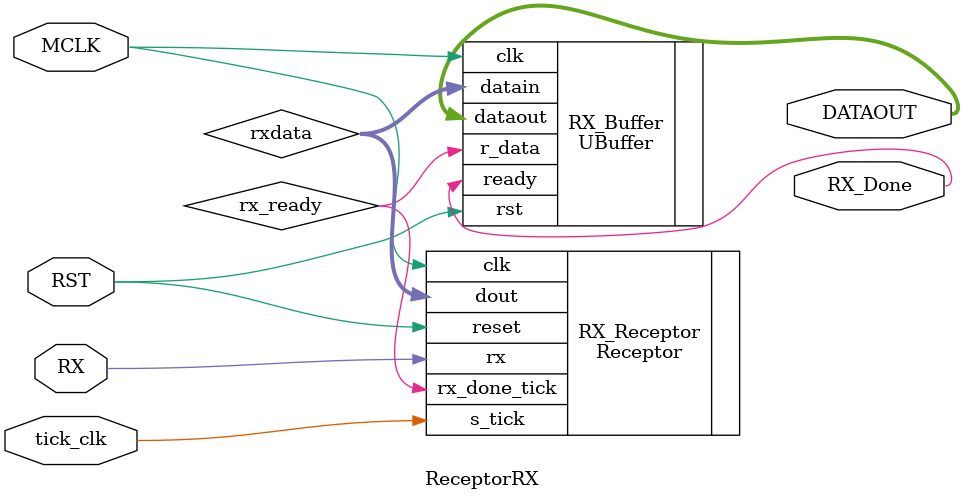
<source format=v>
`timescale 1ns / 1ps

module ReceptorRX(
    
    //INPUTS
    input wire MCLK,RST,tick_clk,RX,
    //OUTPUTS
    output wire [7:0]DATAOUT,
    output wire RX_Done
    );
 
    //wire
	wire [7:0] rxdata;
	
	//Buffer para modulo receptor---> se puede crear un submodulo buffer receptor
	UBuffer RX_Buffer(.clk(MCLK),.rst(RST),.r_data(rx_ready),.datain(rxdata),.dataout(DATAOUT),.ready(RX_Done));
    
    //Receptor RX
	Receptor RX_Receptor(.clk(MCLK),.reset(RST),.rx(RX),.s_tick(tick_clk),.rx_done_tick(rx_ready),.dout(rxdata));
	
endmodule

</source>
